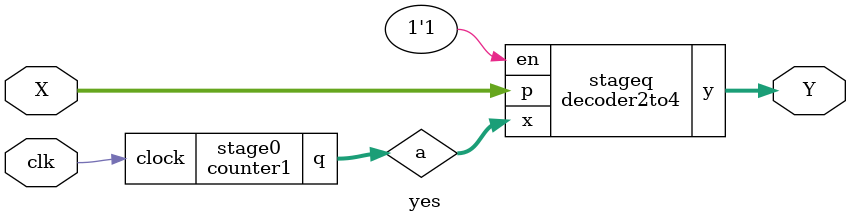
<source format=v>
module tff1(T,Clock,Q);
  input T;
  input Clock;
  output Q;
  reg Q;
  always @(negedge Clock)
  begin
    if(!T)
      Q<=Q;
    else
      Q<=~Q;
  end
endmodule


module counter1(clock,q);
  input clock;
  output [1:0]q;
  tff1 stage0(1'b1,clock,q[0]);
  tff2 stage1(1'b1,q[0],q[1]);
endmodule

module decoder2to4(en,x,y,p);
  input en;
  input [1:0]x;
  input [3:0]p;
  output [3:0]y;
  reg [3:0]y;
  always @(en or x)
  begin
    case(x)
      0:y={p[2],p[1],p[0],p[3]};
      1:y={p[1],p[0],p[3],p[2]};
      2:y={p[0],p[3],p[2],p[1]};
      3:y={~p[3],~p[2],~p[1],~p[0]};
  endcase
  end
endmodule

module yes(X,Y,clk);
  input [3:0]X;
  input clk;
  output [3:0]Y;
  wire [1:0]a;
  counter1 stage0(clk,a);
  decoder2to4 stageq(1'b1,a,Y,X);
endmodule
</source>
